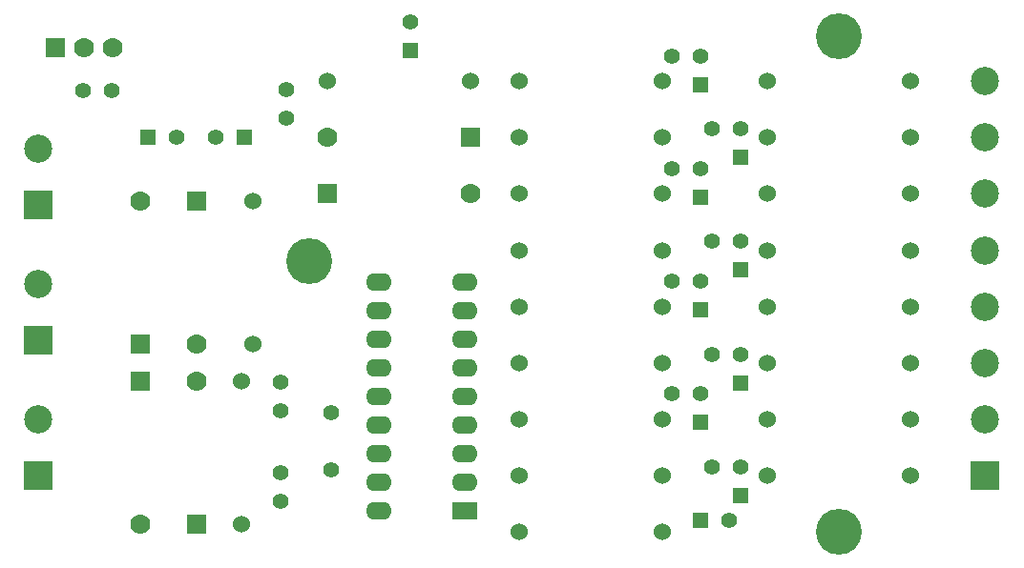
<source format=gts>
%FSLAX34Y34*%
G04 Gerber Fmt 3.4, Leading zero omitted, Abs format*
G04 (created by PCBNEW (2014-01-29 BZR 4647)-product) date 30/01/2014 22:34:09*
%MOIN*%
G01*
G70*
G90*
G04 APERTURE LIST*
%ADD10C,0.005906*%
%ADD11C,0.060000*%
%ADD12R,0.055000X0.055000*%
%ADD13C,0.055000*%
%ADD14C,0.056000*%
%ADD15C,0.070000*%
%ADD16R,0.070000X0.070000*%
%ADD17R,0.098425X0.098425*%
%ADD18C,0.098425*%
%ADD19R,0.090000X0.062000*%
%ADD20O,0.090000X0.062000*%
%ADD21C,0.160000*%
G04 APERTURE END LIST*
G54D10*
G54D11*
X29389Y3149D03*
X34389Y3149D03*
X20728Y1181D03*
X25728Y1181D03*
X20728Y9055D03*
X25728Y9055D03*
X14035Y16929D03*
X19035Y16929D03*
X20728Y3149D03*
X25728Y3149D03*
X29389Y7086D03*
X34389Y7086D03*
X20728Y5118D03*
X25728Y5118D03*
X29389Y5118D03*
X34389Y5118D03*
X20728Y7086D03*
X25728Y7086D03*
X29389Y9055D03*
X34389Y9055D03*
X20728Y11023D03*
X25728Y11023D03*
X29389Y11023D03*
X34389Y11023D03*
X11417Y7736D03*
X11417Y12736D03*
X20728Y12992D03*
X25728Y12992D03*
X29389Y12992D03*
X34389Y12992D03*
X20728Y14960D03*
X25728Y14960D03*
X29389Y14960D03*
X34389Y14960D03*
X20728Y16929D03*
X25728Y16929D03*
X29389Y16929D03*
X34389Y16929D03*
G54D12*
X27059Y1574D03*
G54D13*
X28059Y1574D03*
G54D14*
X14173Y5330D03*
X14173Y3330D03*
G54D15*
X7480Y1437D03*
G54D16*
X7480Y6437D03*
G54D15*
X14035Y14960D03*
G54D16*
X19035Y14960D03*
G54D15*
X19035Y12992D03*
G54D16*
X14035Y12992D03*
G54D15*
X9448Y7736D03*
G54D16*
X9448Y12736D03*
G54D15*
X7480Y12736D03*
G54D16*
X7480Y7736D03*
G54D15*
X9448Y6437D03*
G54D16*
X9448Y1437D03*
G54D12*
X16929Y18003D03*
G54D13*
X16929Y19003D03*
G54D12*
X11129Y14960D03*
G54D13*
X10129Y14960D03*
G54D12*
X7767Y14960D03*
G54D13*
X8767Y14960D03*
X12401Y6405D03*
X12401Y5405D03*
X12401Y2255D03*
X12401Y3255D03*
X12598Y15641D03*
X12598Y16641D03*
X6484Y16614D03*
X5484Y16614D03*
G54D17*
X37007Y3149D03*
G54D18*
X37007Y5118D03*
X37007Y7086D03*
X37007Y9055D03*
X37007Y11023D03*
X37007Y12992D03*
X37007Y14960D03*
X37007Y16929D03*
G54D17*
X3937Y12598D03*
G54D18*
X3937Y14566D03*
G54D17*
X3937Y3149D03*
G54D18*
X3937Y5118D03*
G54D17*
X3937Y7874D03*
G54D18*
X3937Y9842D03*
G54D16*
X4511Y18110D03*
G54D15*
X5511Y18110D03*
X6511Y18110D03*
G54D19*
X18822Y1905D03*
G54D20*
X18822Y2905D03*
X18822Y3905D03*
X18822Y4905D03*
X18822Y5905D03*
X18822Y6905D03*
X18822Y7905D03*
X18822Y8905D03*
X18822Y9905D03*
X15822Y9905D03*
X15822Y8905D03*
X15822Y7905D03*
X15822Y6905D03*
X15822Y5905D03*
X15822Y4905D03*
X15822Y3905D03*
X15822Y2905D03*
X15822Y1905D03*
G54D21*
X31889Y1181D03*
X31889Y18503D03*
X13385Y10629D03*
G54D11*
X11023Y6437D03*
X11023Y1437D03*
G54D12*
X28452Y6389D03*
G54D13*
X28452Y7389D03*
X27452Y7389D03*
G54D12*
X27074Y16822D03*
G54D13*
X27074Y17822D03*
X26074Y17822D03*
G54D12*
X28452Y10326D03*
G54D13*
X28452Y11326D03*
X27452Y11326D03*
G54D12*
X28452Y14263D03*
G54D13*
X28452Y15263D03*
X27452Y15263D03*
G54D12*
X27074Y5011D03*
G54D13*
X27074Y6011D03*
X26074Y6011D03*
G54D12*
X27074Y8948D03*
G54D13*
X27074Y9948D03*
X26074Y9948D03*
G54D12*
X27074Y12885D03*
G54D13*
X27074Y13885D03*
X26074Y13885D03*
G54D12*
X28452Y2452D03*
G54D13*
X28452Y3452D03*
X27452Y3452D03*
M02*

</source>
